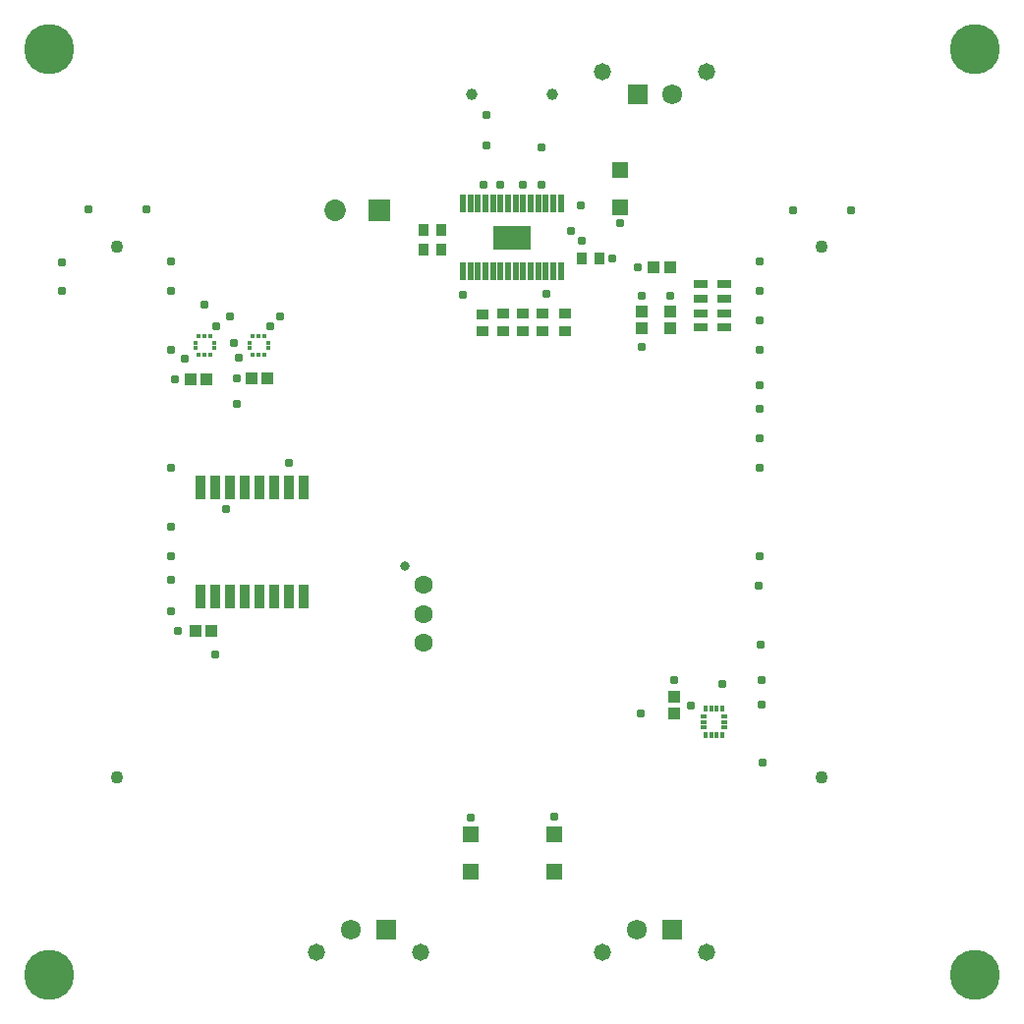
<source format=gts>
G04*
G04 #@! TF.GenerationSoftware,Altium Limited,Altium Designer,23.11.1 (41)*
G04*
G04 Layer_Color=8388736*
%FSLAX25Y25*%
%MOIN*%
G70*
G04*
G04 #@! TF.SameCoordinates,EDA3D6F7-09F2-47E2-B7B7-C676C2FB399E*
G04*
G04*
G04 #@! TF.FilePolarity,Negative*
G04*
G01*
G75*
%ADD28R,0.01778X0.01581*%
%ADD29R,0.01581X0.01778*%
%ADD30R,0.01578X0.02464*%
%ADD31R,0.02464X0.01578*%
%ADD32R,0.04343X0.03950*%
%ADD33R,0.03556X0.04343*%
%ADD34R,0.02172X0.06207*%
%ADD35R,0.12998X0.07880*%
%ADD36R,0.04343X0.03556*%
%ADD37R,0.05603X0.05209*%
%ADD38R,0.03950X0.04343*%
%ADD39R,0.03556X0.08398*%
%ADD40R,0.04540X0.02965*%
%ADD41C,0.04304*%
%ADD42C,0.06312*%
%ADD43C,0.03162*%
%ADD44R,0.07296X0.07296*%
%ADD45C,0.07296*%
%ADD46C,0.05800*%
%ADD47C,0.06784*%
%ADD48R,0.06784X0.06784*%
%ADD49C,0.03950*%
%ADD50C,0.17000*%
%ADD51C,0.03100*%
D28*
X69450Y232416D02*
D03*
X75750D02*
D03*
Y234384D02*
D03*
X94100Y232416D02*
D03*
Y234384D02*
D03*
X87801D02*
D03*
Y232416D02*
D03*
X69450Y234384D02*
D03*
D29*
X70631Y230250D02*
D03*
X72600D02*
D03*
X74568D02*
D03*
Y236550D02*
D03*
X72600D02*
D03*
X70631D02*
D03*
X92919D02*
D03*
X90950D02*
D03*
X88982D02*
D03*
Y230250D02*
D03*
X90950D02*
D03*
X92919D02*
D03*
D30*
X248353Y110279D02*
D03*
X246384D02*
D03*
X244416D02*
D03*
X242447D02*
D03*
Y101121D02*
D03*
X244416D02*
D03*
X246384D02*
D03*
X248353D02*
D03*
D31*
X241806Y107668D02*
D03*
Y105700D02*
D03*
Y103732D02*
D03*
X248994D02*
D03*
Y105700D02*
D03*
Y107668D02*
D03*
D32*
X232000Y114184D02*
D03*
Y108672D02*
D03*
X220800Y239244D02*
D03*
Y244756D02*
D03*
X230656Y239244D02*
D03*
Y244756D02*
D03*
D33*
X200647Y262764D02*
D03*
X206553D02*
D03*
X152853Y266000D02*
D03*
X146947D02*
D03*
X152853Y272500D02*
D03*
X146947D02*
D03*
D34*
X160166Y258481D02*
D03*
X162725D02*
D03*
X165284D02*
D03*
X167843D02*
D03*
X170402D02*
D03*
X172961D02*
D03*
X175521D02*
D03*
X178079D02*
D03*
X180639D02*
D03*
X183198D02*
D03*
X185757D02*
D03*
X188316D02*
D03*
X190875D02*
D03*
X193434D02*
D03*
Y281614D02*
D03*
X190875D02*
D03*
X188316D02*
D03*
X185757D02*
D03*
X183198D02*
D03*
X180639D02*
D03*
X178079D02*
D03*
X175521D02*
D03*
X172961D02*
D03*
X170402D02*
D03*
X167843D02*
D03*
X165284D02*
D03*
X162725D02*
D03*
X160166D02*
D03*
D35*
X176800Y270048D02*
D03*
D36*
X187322Y244153D02*
D03*
Y238247D02*
D03*
X166800Y244053D02*
D03*
Y238147D02*
D03*
X174000Y244153D02*
D03*
Y238247D02*
D03*
X180639Y244153D02*
D03*
Y238247D02*
D03*
X194800Y244153D02*
D03*
Y238247D02*
D03*
D37*
X191300Y54801D02*
D03*
Y67399D02*
D03*
X213700Y292799D02*
D03*
Y280201D02*
D03*
X162800Y54801D02*
D03*
Y67399D02*
D03*
D38*
X69444Y136700D02*
D03*
X74956D02*
D03*
X224944Y259800D02*
D03*
X230456D02*
D03*
X88485Y222153D02*
D03*
X93997D02*
D03*
X73387Y221800D02*
D03*
X67876D02*
D03*
D39*
X71100Y148157D02*
D03*
X76100D02*
D03*
X81100D02*
D03*
X86100D02*
D03*
X91100D02*
D03*
X96100D02*
D03*
X101100D02*
D03*
X106100D02*
D03*
Y185243D02*
D03*
X101100D02*
D03*
X96100D02*
D03*
X91100D02*
D03*
X86100D02*
D03*
X81100D02*
D03*
X76100D02*
D03*
X71100D02*
D03*
D40*
X248935Y239418D02*
D03*
Y244339D02*
D03*
Y254182D02*
D03*
Y249261D02*
D03*
X240865Y239418D02*
D03*
Y244339D02*
D03*
Y249261D02*
D03*
Y254182D02*
D03*
D41*
X282000Y86800D02*
D03*
Y266800D02*
D03*
X43000D02*
D03*
Y86800D02*
D03*
D42*
X147000Y152192D02*
D03*
Y142350D02*
D03*
Y132507D02*
D03*
D43*
X140701Y158492D02*
D03*
D44*
X132000Y279300D02*
D03*
D45*
X117000D02*
D03*
D46*
X207578Y27483D02*
D03*
X243011D02*
D03*
X243022Y326217D02*
D03*
X207589D02*
D03*
X146011Y27483D02*
D03*
X110578D02*
D03*
D47*
X219389Y35200D02*
D03*
X231211Y318500D02*
D03*
X122389Y35200D02*
D03*
D48*
X231200D02*
D03*
X219400Y318500D02*
D03*
X134200Y35200D02*
D03*
D49*
X190539Y318655D02*
D03*
X163138D02*
D03*
D50*
X20000Y20000D02*
D03*
X334000D02*
D03*
Y334000D02*
D03*
X20000D02*
D03*
D51*
X76643Y239750D02*
D03*
X94994Y239806D02*
D03*
X81183Y243337D02*
D03*
X98385D02*
D03*
X186746Y300531D02*
D03*
X210975Y262764D02*
D03*
X196751Y272343D02*
D03*
X200684Y268951D02*
D03*
X167066Y287939D02*
D03*
X186975Y288026D02*
D03*
X191200Y73500D02*
D03*
X162800Y73385D02*
D03*
X213700Y275000D02*
D03*
X261361Y131739D02*
D03*
X261408Y119800D02*
D03*
Y111606D02*
D03*
X261836Y91800D02*
D03*
X237606Y111373D02*
D03*
X84223Y229284D02*
D03*
X65907Y229035D02*
D03*
X260714Y151764D02*
D03*
X260839Y161800D02*
D03*
X188540Y251028D02*
D03*
X160159Y250397D02*
D03*
X33059Y279500D02*
D03*
X168071Y301332D02*
D03*
X291941Y279300D02*
D03*
X272059D02*
D03*
X52952Y279436D02*
D03*
X180639Y288026D02*
D03*
X172961Y287976D02*
D03*
X232000Y119800D02*
D03*
X220672Y108544D02*
D03*
X63536Y136700D02*
D03*
X80028Y177800D02*
D03*
X76100Y128500D02*
D03*
X101078Y193400D02*
D03*
X62604Y221800D02*
D03*
X83618Y222153D02*
D03*
X219582Y259800D02*
D03*
X230656Y250100D02*
D03*
X220800D02*
D03*
X220800Y233020D02*
D03*
X168071Y311542D02*
D03*
X260839Y219800D02*
D03*
X61386Y251800D02*
D03*
Y161800D02*
D03*
Y153800D02*
D03*
X248353Y118582D02*
D03*
X83618Y213700D02*
D03*
X72600Y247278D02*
D03*
X24118Y261597D02*
D03*
X260900Y191800D02*
D03*
X260839Y201800D02*
D03*
Y211800D02*
D03*
X82400Y234300D02*
D03*
X260864Y231832D02*
D03*
Y241950D02*
D03*
X260764Y251793D02*
D03*
X260839Y261800D02*
D03*
X61386Y143373D02*
D03*
Y191800D02*
D03*
Y171800D02*
D03*
X24100Y251800D02*
D03*
X61386Y231800D02*
D03*
Y261800D02*
D03*
X200300Y280767D02*
D03*
M02*

</source>
